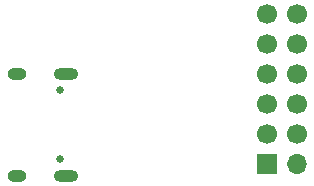
<source format=gbs>
%TF.GenerationSoftware,KiCad,Pcbnew,6.0.9+dfsg-1*%
%TF.CreationDate,2022-12-26T23:17:41+00:00*%
%TF.ProjectId,PMOD-USB-Device,504d4f44-2d55-4534-922d-446576696365,1*%
%TF.SameCoordinates,Original*%
%TF.FileFunction,Soldermask,Bot*%
%TF.FilePolarity,Negative*%
%FSLAX46Y46*%
G04 Gerber Fmt 4.6, Leading zero omitted, Abs format (unit mm)*
G04 Created by KiCad (PCBNEW 6.0.9+dfsg-1) date 2022-12-26 23:17:41*
%MOMM*%
%LPD*%
G01*
G04 APERTURE LIST*
%ADD10R,1.700000X1.700000*%
%ADD11C,1.700000*%
%ADD12O,1.700000X1.700000*%
%ADD13C,0.650000*%
%ADD14O,1.600000X1.000000*%
%ADD15O,2.100000X1.000000*%
G04 APERTURE END LIST*
D10*
%TO.C,J2*%
X100574000Y-97119600D03*
D11*
X100574000Y-94579600D03*
X100574000Y-92039600D03*
X100574000Y-89499600D03*
X100574000Y-86959600D03*
X100574000Y-84419600D03*
D12*
X103114000Y-97119600D03*
D11*
X103114000Y-94579600D03*
X103114000Y-92039600D03*
X103114000Y-89499600D03*
X103114000Y-86959600D03*
X103114000Y-84419600D03*
%TD*%
D13*
%TO.C,J1*%
X83040000Y-96692200D03*
X83040000Y-90912200D03*
D14*
X79390000Y-98122200D03*
X79390000Y-89482200D03*
D15*
X83570000Y-89482200D03*
X83570000Y-98122200D03*
%TD*%
M02*

</source>
